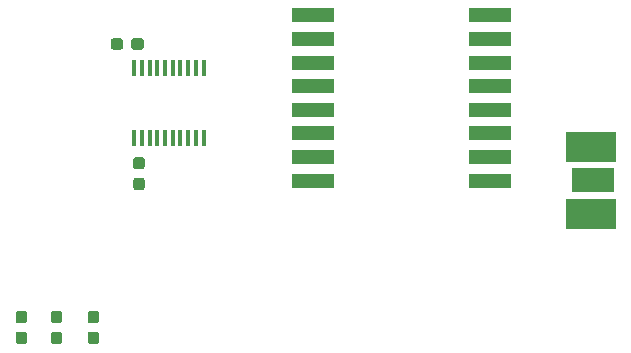
<source format=gbr>
G04 #@! TF.GenerationSoftware,KiCad,Pcbnew,(5.1.5)-3*
G04 #@! TF.CreationDate,2020-07-30T14:07:20+07:00*
G04 #@! TF.ProjectId,lora_shield,6c6f7261-5f73-4686-9965-6c642e6b6963,rev?*
G04 #@! TF.SameCoordinates,Original*
G04 #@! TF.FileFunction,Paste,Top*
G04 #@! TF.FilePolarity,Positive*
%FSLAX46Y46*%
G04 Gerber Fmt 4.6, Leading zero omitted, Abs format (unit mm)*
G04 Created by KiCad (PCBNEW (5.1.5)-3) date 2020-07-30 14:07:20*
%MOMM*%
%LPD*%
G04 APERTURE LIST*
%ADD10C,0.100000*%
%ADD11R,0.450000X1.450000*%
%ADD12R,3.600000X2.032000*%
%ADD13R,4.199999X2.540000*%
%ADD14R,3.600000X1.200000*%
G04 APERTURE END LIST*
D10*
G36*
X126498779Y-99982644D02*
G01*
X126521834Y-99986063D01*
X126544443Y-99991727D01*
X126566387Y-99999579D01*
X126587457Y-100009544D01*
X126607448Y-100021526D01*
X126626168Y-100035410D01*
X126643438Y-100051062D01*
X126659090Y-100068332D01*
X126672974Y-100087052D01*
X126684956Y-100107043D01*
X126694921Y-100128113D01*
X126702773Y-100150057D01*
X126708437Y-100172666D01*
X126711856Y-100195721D01*
X126713000Y-100219000D01*
X126713000Y-100794000D01*
X126711856Y-100817279D01*
X126708437Y-100840334D01*
X126702773Y-100862943D01*
X126694921Y-100884887D01*
X126684956Y-100905957D01*
X126672974Y-100925948D01*
X126659090Y-100944668D01*
X126643438Y-100961938D01*
X126626168Y-100977590D01*
X126607448Y-100991474D01*
X126587457Y-101003456D01*
X126566387Y-101013421D01*
X126544443Y-101021273D01*
X126521834Y-101026937D01*
X126498779Y-101030356D01*
X126475500Y-101031500D01*
X126000500Y-101031500D01*
X125977221Y-101030356D01*
X125954166Y-101026937D01*
X125931557Y-101021273D01*
X125909613Y-101013421D01*
X125888543Y-101003456D01*
X125868552Y-100991474D01*
X125849832Y-100977590D01*
X125832562Y-100961938D01*
X125816910Y-100944668D01*
X125803026Y-100925948D01*
X125791044Y-100905957D01*
X125781079Y-100884887D01*
X125773227Y-100862943D01*
X125767563Y-100840334D01*
X125764144Y-100817279D01*
X125763000Y-100794000D01*
X125763000Y-100219000D01*
X125764144Y-100195721D01*
X125767563Y-100172666D01*
X125773227Y-100150057D01*
X125781079Y-100128113D01*
X125791044Y-100107043D01*
X125803026Y-100087052D01*
X125816910Y-100068332D01*
X125832562Y-100051062D01*
X125849832Y-100035410D01*
X125868552Y-100021526D01*
X125888543Y-100009544D01*
X125909613Y-99999579D01*
X125931557Y-99991727D01*
X125954166Y-99986063D01*
X125977221Y-99982644D01*
X126000500Y-99981500D01*
X126475500Y-99981500D01*
X126498779Y-99982644D01*
G37*
G36*
X126498779Y-98232644D02*
G01*
X126521834Y-98236063D01*
X126544443Y-98241727D01*
X126566387Y-98249579D01*
X126587457Y-98259544D01*
X126607448Y-98271526D01*
X126626168Y-98285410D01*
X126643438Y-98301062D01*
X126659090Y-98318332D01*
X126672974Y-98337052D01*
X126684956Y-98357043D01*
X126694921Y-98378113D01*
X126702773Y-98400057D01*
X126708437Y-98422666D01*
X126711856Y-98445721D01*
X126713000Y-98469000D01*
X126713000Y-99044000D01*
X126711856Y-99067279D01*
X126708437Y-99090334D01*
X126702773Y-99112943D01*
X126694921Y-99134887D01*
X126684956Y-99155957D01*
X126672974Y-99175948D01*
X126659090Y-99194668D01*
X126643438Y-99211938D01*
X126626168Y-99227590D01*
X126607448Y-99241474D01*
X126587457Y-99253456D01*
X126566387Y-99263421D01*
X126544443Y-99271273D01*
X126521834Y-99276937D01*
X126498779Y-99280356D01*
X126475500Y-99281500D01*
X126000500Y-99281500D01*
X125977221Y-99280356D01*
X125954166Y-99276937D01*
X125931557Y-99271273D01*
X125909613Y-99263421D01*
X125888543Y-99253456D01*
X125868552Y-99241474D01*
X125849832Y-99227590D01*
X125832562Y-99211938D01*
X125816910Y-99194668D01*
X125803026Y-99175948D01*
X125791044Y-99155957D01*
X125781079Y-99134887D01*
X125773227Y-99112943D01*
X125767563Y-99090334D01*
X125764144Y-99067279D01*
X125763000Y-99044000D01*
X125763000Y-98469000D01*
X125764144Y-98445721D01*
X125767563Y-98422666D01*
X125773227Y-98400057D01*
X125781079Y-98378113D01*
X125791044Y-98357043D01*
X125803026Y-98337052D01*
X125816910Y-98318332D01*
X125832562Y-98301062D01*
X125849832Y-98285410D01*
X125868552Y-98271526D01*
X125888543Y-98259544D01*
X125909613Y-98249579D01*
X125931557Y-98241727D01*
X125954166Y-98236063D01*
X125977221Y-98232644D01*
X126000500Y-98231500D01*
X126475500Y-98231500D01*
X126498779Y-98232644D01*
G37*
G36*
X129483279Y-99982644D02*
G01*
X129506334Y-99986063D01*
X129528943Y-99991727D01*
X129550887Y-99999579D01*
X129571957Y-100009544D01*
X129591948Y-100021526D01*
X129610668Y-100035410D01*
X129627938Y-100051062D01*
X129643590Y-100068332D01*
X129657474Y-100087052D01*
X129669456Y-100107043D01*
X129679421Y-100128113D01*
X129687273Y-100150057D01*
X129692937Y-100172666D01*
X129696356Y-100195721D01*
X129697500Y-100219000D01*
X129697500Y-100794000D01*
X129696356Y-100817279D01*
X129692937Y-100840334D01*
X129687273Y-100862943D01*
X129679421Y-100884887D01*
X129669456Y-100905957D01*
X129657474Y-100925948D01*
X129643590Y-100944668D01*
X129627938Y-100961938D01*
X129610668Y-100977590D01*
X129591948Y-100991474D01*
X129571957Y-101003456D01*
X129550887Y-101013421D01*
X129528943Y-101021273D01*
X129506334Y-101026937D01*
X129483279Y-101030356D01*
X129460000Y-101031500D01*
X128985000Y-101031500D01*
X128961721Y-101030356D01*
X128938666Y-101026937D01*
X128916057Y-101021273D01*
X128894113Y-101013421D01*
X128873043Y-101003456D01*
X128853052Y-100991474D01*
X128834332Y-100977590D01*
X128817062Y-100961938D01*
X128801410Y-100944668D01*
X128787526Y-100925948D01*
X128775544Y-100905957D01*
X128765579Y-100884887D01*
X128757727Y-100862943D01*
X128752063Y-100840334D01*
X128748644Y-100817279D01*
X128747500Y-100794000D01*
X128747500Y-100219000D01*
X128748644Y-100195721D01*
X128752063Y-100172666D01*
X128757727Y-100150057D01*
X128765579Y-100128113D01*
X128775544Y-100107043D01*
X128787526Y-100087052D01*
X128801410Y-100068332D01*
X128817062Y-100051062D01*
X128834332Y-100035410D01*
X128853052Y-100021526D01*
X128873043Y-100009544D01*
X128894113Y-99999579D01*
X128916057Y-99991727D01*
X128938666Y-99986063D01*
X128961721Y-99982644D01*
X128985000Y-99981500D01*
X129460000Y-99981500D01*
X129483279Y-99982644D01*
G37*
G36*
X129483279Y-98232644D02*
G01*
X129506334Y-98236063D01*
X129528943Y-98241727D01*
X129550887Y-98249579D01*
X129571957Y-98259544D01*
X129591948Y-98271526D01*
X129610668Y-98285410D01*
X129627938Y-98301062D01*
X129643590Y-98318332D01*
X129657474Y-98337052D01*
X129669456Y-98357043D01*
X129679421Y-98378113D01*
X129687273Y-98400057D01*
X129692937Y-98422666D01*
X129696356Y-98445721D01*
X129697500Y-98469000D01*
X129697500Y-99044000D01*
X129696356Y-99067279D01*
X129692937Y-99090334D01*
X129687273Y-99112943D01*
X129679421Y-99134887D01*
X129669456Y-99155957D01*
X129657474Y-99175948D01*
X129643590Y-99194668D01*
X129627938Y-99211938D01*
X129610668Y-99227590D01*
X129591948Y-99241474D01*
X129571957Y-99253456D01*
X129550887Y-99263421D01*
X129528943Y-99271273D01*
X129506334Y-99276937D01*
X129483279Y-99280356D01*
X129460000Y-99281500D01*
X128985000Y-99281500D01*
X128961721Y-99280356D01*
X128938666Y-99276937D01*
X128916057Y-99271273D01*
X128894113Y-99263421D01*
X128873043Y-99253456D01*
X128853052Y-99241474D01*
X128834332Y-99227590D01*
X128817062Y-99211938D01*
X128801410Y-99194668D01*
X128787526Y-99175948D01*
X128775544Y-99155957D01*
X128765579Y-99134887D01*
X128757727Y-99112943D01*
X128752063Y-99090334D01*
X128748644Y-99067279D01*
X128747500Y-99044000D01*
X128747500Y-98469000D01*
X128748644Y-98445721D01*
X128752063Y-98422666D01*
X128757727Y-98400057D01*
X128765579Y-98378113D01*
X128775544Y-98357043D01*
X128787526Y-98337052D01*
X128801410Y-98318332D01*
X128817062Y-98301062D01*
X128834332Y-98285410D01*
X128853052Y-98271526D01*
X128873043Y-98259544D01*
X128894113Y-98249579D01*
X128916057Y-98241727D01*
X128938666Y-98236063D01*
X128961721Y-98232644D01*
X128985000Y-98231500D01*
X129460000Y-98231500D01*
X129483279Y-98232644D01*
G37*
G36*
X132594779Y-99982644D02*
G01*
X132617834Y-99986063D01*
X132640443Y-99991727D01*
X132662387Y-99999579D01*
X132683457Y-100009544D01*
X132703448Y-100021526D01*
X132722168Y-100035410D01*
X132739438Y-100051062D01*
X132755090Y-100068332D01*
X132768974Y-100087052D01*
X132780956Y-100107043D01*
X132790921Y-100128113D01*
X132798773Y-100150057D01*
X132804437Y-100172666D01*
X132807856Y-100195721D01*
X132809000Y-100219000D01*
X132809000Y-100794000D01*
X132807856Y-100817279D01*
X132804437Y-100840334D01*
X132798773Y-100862943D01*
X132790921Y-100884887D01*
X132780956Y-100905957D01*
X132768974Y-100925948D01*
X132755090Y-100944668D01*
X132739438Y-100961938D01*
X132722168Y-100977590D01*
X132703448Y-100991474D01*
X132683457Y-101003456D01*
X132662387Y-101013421D01*
X132640443Y-101021273D01*
X132617834Y-101026937D01*
X132594779Y-101030356D01*
X132571500Y-101031500D01*
X132096500Y-101031500D01*
X132073221Y-101030356D01*
X132050166Y-101026937D01*
X132027557Y-101021273D01*
X132005613Y-101013421D01*
X131984543Y-101003456D01*
X131964552Y-100991474D01*
X131945832Y-100977590D01*
X131928562Y-100961938D01*
X131912910Y-100944668D01*
X131899026Y-100925948D01*
X131887044Y-100905957D01*
X131877079Y-100884887D01*
X131869227Y-100862943D01*
X131863563Y-100840334D01*
X131860144Y-100817279D01*
X131859000Y-100794000D01*
X131859000Y-100219000D01*
X131860144Y-100195721D01*
X131863563Y-100172666D01*
X131869227Y-100150057D01*
X131877079Y-100128113D01*
X131887044Y-100107043D01*
X131899026Y-100087052D01*
X131912910Y-100068332D01*
X131928562Y-100051062D01*
X131945832Y-100035410D01*
X131964552Y-100021526D01*
X131984543Y-100009544D01*
X132005613Y-99999579D01*
X132027557Y-99991727D01*
X132050166Y-99986063D01*
X132073221Y-99982644D01*
X132096500Y-99981500D01*
X132571500Y-99981500D01*
X132594779Y-99982644D01*
G37*
G36*
X132594779Y-98232644D02*
G01*
X132617834Y-98236063D01*
X132640443Y-98241727D01*
X132662387Y-98249579D01*
X132683457Y-98259544D01*
X132703448Y-98271526D01*
X132722168Y-98285410D01*
X132739438Y-98301062D01*
X132755090Y-98318332D01*
X132768974Y-98337052D01*
X132780956Y-98357043D01*
X132790921Y-98378113D01*
X132798773Y-98400057D01*
X132804437Y-98422666D01*
X132807856Y-98445721D01*
X132809000Y-98469000D01*
X132809000Y-99044000D01*
X132807856Y-99067279D01*
X132804437Y-99090334D01*
X132798773Y-99112943D01*
X132790921Y-99134887D01*
X132780956Y-99155957D01*
X132768974Y-99175948D01*
X132755090Y-99194668D01*
X132739438Y-99211938D01*
X132722168Y-99227590D01*
X132703448Y-99241474D01*
X132683457Y-99253456D01*
X132662387Y-99263421D01*
X132640443Y-99271273D01*
X132617834Y-99276937D01*
X132594779Y-99280356D01*
X132571500Y-99281500D01*
X132096500Y-99281500D01*
X132073221Y-99280356D01*
X132050166Y-99276937D01*
X132027557Y-99271273D01*
X132005613Y-99263421D01*
X131984543Y-99253456D01*
X131964552Y-99241474D01*
X131945832Y-99227590D01*
X131928562Y-99211938D01*
X131912910Y-99194668D01*
X131899026Y-99175948D01*
X131887044Y-99155957D01*
X131877079Y-99134887D01*
X131869227Y-99112943D01*
X131863563Y-99090334D01*
X131860144Y-99067279D01*
X131859000Y-99044000D01*
X131859000Y-98469000D01*
X131860144Y-98445721D01*
X131863563Y-98422666D01*
X131869227Y-98400057D01*
X131877079Y-98378113D01*
X131887044Y-98357043D01*
X131899026Y-98337052D01*
X131912910Y-98318332D01*
X131928562Y-98301062D01*
X131945832Y-98285410D01*
X131964552Y-98271526D01*
X131984543Y-98259544D01*
X132005613Y-98249579D01*
X132027557Y-98241727D01*
X132050166Y-98236063D01*
X132073221Y-98232644D01*
X132096500Y-98231500D01*
X132571500Y-98231500D01*
X132594779Y-98232644D01*
G37*
G36*
X136391279Y-75154644D02*
G01*
X136414334Y-75158063D01*
X136436943Y-75163727D01*
X136458887Y-75171579D01*
X136479957Y-75181544D01*
X136499948Y-75193526D01*
X136518668Y-75207410D01*
X136535938Y-75223062D01*
X136551590Y-75240332D01*
X136565474Y-75259052D01*
X136577456Y-75279043D01*
X136587421Y-75300113D01*
X136595273Y-75322057D01*
X136600937Y-75344666D01*
X136604356Y-75367721D01*
X136605500Y-75391000D01*
X136605500Y-75866000D01*
X136604356Y-75889279D01*
X136600937Y-75912334D01*
X136595273Y-75934943D01*
X136587421Y-75956887D01*
X136577456Y-75977957D01*
X136565474Y-75997948D01*
X136551590Y-76016668D01*
X136535938Y-76033938D01*
X136518668Y-76049590D01*
X136499948Y-76063474D01*
X136479957Y-76075456D01*
X136458887Y-76085421D01*
X136436943Y-76093273D01*
X136414334Y-76098937D01*
X136391279Y-76102356D01*
X136368000Y-76103500D01*
X135793000Y-76103500D01*
X135769721Y-76102356D01*
X135746666Y-76098937D01*
X135724057Y-76093273D01*
X135702113Y-76085421D01*
X135681043Y-76075456D01*
X135661052Y-76063474D01*
X135642332Y-76049590D01*
X135625062Y-76033938D01*
X135609410Y-76016668D01*
X135595526Y-75997948D01*
X135583544Y-75977957D01*
X135573579Y-75956887D01*
X135565727Y-75934943D01*
X135560063Y-75912334D01*
X135556644Y-75889279D01*
X135555500Y-75866000D01*
X135555500Y-75391000D01*
X135556644Y-75367721D01*
X135560063Y-75344666D01*
X135565727Y-75322057D01*
X135573579Y-75300113D01*
X135583544Y-75279043D01*
X135595526Y-75259052D01*
X135609410Y-75240332D01*
X135625062Y-75223062D01*
X135642332Y-75207410D01*
X135661052Y-75193526D01*
X135681043Y-75181544D01*
X135702113Y-75171579D01*
X135724057Y-75163727D01*
X135746666Y-75158063D01*
X135769721Y-75154644D01*
X135793000Y-75153500D01*
X136368000Y-75153500D01*
X136391279Y-75154644D01*
G37*
G36*
X134641279Y-75154644D02*
G01*
X134664334Y-75158063D01*
X134686943Y-75163727D01*
X134708887Y-75171579D01*
X134729957Y-75181544D01*
X134749948Y-75193526D01*
X134768668Y-75207410D01*
X134785938Y-75223062D01*
X134801590Y-75240332D01*
X134815474Y-75259052D01*
X134827456Y-75279043D01*
X134837421Y-75300113D01*
X134845273Y-75322057D01*
X134850937Y-75344666D01*
X134854356Y-75367721D01*
X134855500Y-75391000D01*
X134855500Y-75866000D01*
X134854356Y-75889279D01*
X134850937Y-75912334D01*
X134845273Y-75934943D01*
X134837421Y-75956887D01*
X134827456Y-75977957D01*
X134815474Y-75997948D01*
X134801590Y-76016668D01*
X134785938Y-76033938D01*
X134768668Y-76049590D01*
X134749948Y-76063474D01*
X134729957Y-76075456D01*
X134708887Y-76085421D01*
X134686943Y-76093273D01*
X134664334Y-76098937D01*
X134641279Y-76102356D01*
X134618000Y-76103500D01*
X134043000Y-76103500D01*
X134019721Y-76102356D01*
X133996666Y-76098937D01*
X133974057Y-76093273D01*
X133952113Y-76085421D01*
X133931043Y-76075456D01*
X133911052Y-76063474D01*
X133892332Y-76049590D01*
X133875062Y-76033938D01*
X133859410Y-76016668D01*
X133845526Y-75997948D01*
X133833544Y-75977957D01*
X133823579Y-75956887D01*
X133815727Y-75934943D01*
X133810063Y-75912334D01*
X133806644Y-75889279D01*
X133805500Y-75866000D01*
X133805500Y-75391000D01*
X133806644Y-75367721D01*
X133810063Y-75344666D01*
X133815727Y-75322057D01*
X133823579Y-75300113D01*
X133833544Y-75279043D01*
X133845526Y-75259052D01*
X133859410Y-75240332D01*
X133875062Y-75223062D01*
X133892332Y-75207410D01*
X133911052Y-75193526D01*
X133931043Y-75181544D01*
X133952113Y-75171579D01*
X133974057Y-75163727D01*
X133996666Y-75158063D01*
X134019721Y-75154644D01*
X134043000Y-75153500D01*
X134618000Y-75153500D01*
X134641279Y-75154644D01*
G37*
G36*
X136468279Y-86951144D02*
G01*
X136491334Y-86954563D01*
X136513943Y-86960227D01*
X136535887Y-86968079D01*
X136556957Y-86978044D01*
X136576948Y-86990026D01*
X136595668Y-87003910D01*
X136612938Y-87019562D01*
X136628590Y-87036832D01*
X136642474Y-87055552D01*
X136654456Y-87075543D01*
X136664421Y-87096613D01*
X136672273Y-87118557D01*
X136677937Y-87141166D01*
X136681356Y-87164221D01*
X136682500Y-87187500D01*
X136682500Y-87762500D01*
X136681356Y-87785779D01*
X136677937Y-87808834D01*
X136672273Y-87831443D01*
X136664421Y-87853387D01*
X136654456Y-87874457D01*
X136642474Y-87894448D01*
X136628590Y-87913168D01*
X136612938Y-87930438D01*
X136595668Y-87946090D01*
X136576948Y-87959974D01*
X136556957Y-87971956D01*
X136535887Y-87981921D01*
X136513943Y-87989773D01*
X136491334Y-87995437D01*
X136468279Y-87998856D01*
X136445000Y-88000000D01*
X135970000Y-88000000D01*
X135946721Y-87998856D01*
X135923666Y-87995437D01*
X135901057Y-87989773D01*
X135879113Y-87981921D01*
X135858043Y-87971956D01*
X135838052Y-87959974D01*
X135819332Y-87946090D01*
X135802062Y-87930438D01*
X135786410Y-87913168D01*
X135772526Y-87894448D01*
X135760544Y-87874457D01*
X135750579Y-87853387D01*
X135742727Y-87831443D01*
X135737063Y-87808834D01*
X135733644Y-87785779D01*
X135732500Y-87762500D01*
X135732500Y-87187500D01*
X135733644Y-87164221D01*
X135737063Y-87141166D01*
X135742727Y-87118557D01*
X135750579Y-87096613D01*
X135760544Y-87075543D01*
X135772526Y-87055552D01*
X135786410Y-87036832D01*
X135802062Y-87019562D01*
X135819332Y-87003910D01*
X135838052Y-86990026D01*
X135858043Y-86978044D01*
X135879113Y-86968079D01*
X135901057Y-86960227D01*
X135923666Y-86954563D01*
X135946721Y-86951144D01*
X135970000Y-86950000D01*
X136445000Y-86950000D01*
X136468279Y-86951144D01*
G37*
G36*
X136468279Y-85201144D02*
G01*
X136491334Y-85204563D01*
X136513943Y-85210227D01*
X136535887Y-85218079D01*
X136556957Y-85228044D01*
X136576948Y-85240026D01*
X136595668Y-85253910D01*
X136612938Y-85269562D01*
X136628590Y-85286832D01*
X136642474Y-85305552D01*
X136654456Y-85325543D01*
X136664421Y-85346613D01*
X136672273Y-85368557D01*
X136677937Y-85391166D01*
X136681356Y-85414221D01*
X136682500Y-85437500D01*
X136682500Y-86012500D01*
X136681356Y-86035779D01*
X136677937Y-86058834D01*
X136672273Y-86081443D01*
X136664421Y-86103387D01*
X136654456Y-86124457D01*
X136642474Y-86144448D01*
X136628590Y-86163168D01*
X136612938Y-86180438D01*
X136595668Y-86196090D01*
X136576948Y-86209974D01*
X136556957Y-86221956D01*
X136535887Y-86231921D01*
X136513943Y-86239773D01*
X136491334Y-86245437D01*
X136468279Y-86248856D01*
X136445000Y-86250000D01*
X135970000Y-86250000D01*
X135946721Y-86248856D01*
X135923666Y-86245437D01*
X135901057Y-86239773D01*
X135879113Y-86231921D01*
X135858043Y-86221956D01*
X135838052Y-86209974D01*
X135819332Y-86196090D01*
X135802062Y-86180438D01*
X135786410Y-86163168D01*
X135772526Y-86144448D01*
X135760544Y-86124457D01*
X135750579Y-86103387D01*
X135742727Y-86081443D01*
X135737063Y-86058834D01*
X135733644Y-86035779D01*
X135732500Y-86012500D01*
X135732500Y-85437500D01*
X135733644Y-85414221D01*
X135737063Y-85391166D01*
X135742727Y-85368557D01*
X135750579Y-85346613D01*
X135760544Y-85325543D01*
X135772526Y-85305552D01*
X135786410Y-85286832D01*
X135802062Y-85269562D01*
X135819332Y-85253910D01*
X135838052Y-85240026D01*
X135858043Y-85228044D01*
X135879113Y-85218079D01*
X135901057Y-85210227D01*
X135923666Y-85204563D01*
X135946721Y-85201144D01*
X135970000Y-85200000D01*
X136445000Y-85200000D01*
X136468279Y-85201144D01*
G37*
D11*
X135822500Y-77695000D03*
X136472500Y-77695000D03*
X137122500Y-77695000D03*
X137772500Y-77695000D03*
X138422500Y-77695000D03*
X139072500Y-77695000D03*
X139722500Y-77695000D03*
X140372500Y-77695000D03*
X141022500Y-77695000D03*
X141672500Y-77695000D03*
X141672500Y-83595000D03*
X141022500Y-83595000D03*
X140372500Y-83595000D03*
X139722500Y-83595000D03*
X139072500Y-83595000D03*
X138422500Y-83595000D03*
X137772500Y-83595000D03*
X137122500Y-83595000D03*
X136472500Y-83595000D03*
X135822500Y-83595000D03*
D12*
X174688500Y-87185500D03*
D13*
X174488500Y-84360500D03*
X174488500Y-90010500D03*
D14*
X165932500Y-87200500D03*
X165932500Y-85200500D03*
X165932500Y-83200500D03*
X165932500Y-81200500D03*
X165932500Y-79200500D03*
X165932500Y-77200500D03*
X165932500Y-75200500D03*
X150932500Y-87200500D03*
X150932500Y-85200500D03*
X150932500Y-83200500D03*
X150932500Y-81200500D03*
X150932500Y-79200500D03*
X150932500Y-77200500D03*
X165932500Y-73200500D03*
X150932500Y-75200500D03*
X150932500Y-73200500D03*
M02*

</source>
